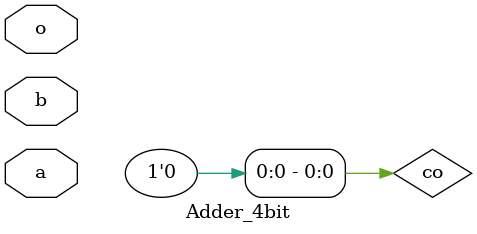
<source format=v>
`timescale 1ns / 1ps
module Adder_4bit(
    input [3:0] a,
    input [3:0] b,
    input [4:0] o
    );
	 
	 wire[3:0] co;
	 assign co[0] = 0;
	 full_Adder_1 lsb(.a(a[0]),.b(b[0]),.c(co[0]),.o(o[0]),.co(co[1]));
	 full_Adder_1 ib1b(.a(a[1]),.b(b[1]),.c(co[1]),.o(o[1]),.co(co[2]));
	 full_Adder_1 ib2b(.a(a[2]),.b(b[2]),.c(co[2]),.o(o[2]),.co(co[3]));
	 full_Adder_1 msb(.a(a[3]),.b(b[3]),.c(co[3]),.o(o[3]),.co(o[4]));
	 
endmodule

</source>
